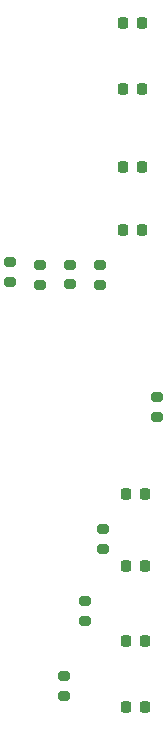
<source format=gbr>
%TF.GenerationSoftware,KiCad,Pcbnew,(6.0.0)*%
%TF.CreationDate,2022-01-24T17:50:55-05:00*%
%TF.ProjectId,VCP200 better,56435032-3030-4206-9265-747465722e6b,rev?*%
%TF.SameCoordinates,Original*%
%TF.FileFunction,Paste,Top*%
%TF.FilePolarity,Positive*%
%FSLAX46Y46*%
G04 Gerber Fmt 4.6, Leading zero omitted, Abs format (unit mm)*
G04 Created by KiCad (PCBNEW (6.0.0)) date 2022-01-24 17:50:55*
%MOMM*%
%LPD*%
G01*
G04 APERTURE LIST*
G04 Aperture macros list*
%AMRoundRect*
0 Rectangle with rounded corners*
0 $1 Rounding radius*
0 $2 $3 $4 $5 $6 $7 $8 $9 X,Y pos of 4 corners*
0 Add a 4 corners polygon primitive as box body*
4,1,4,$2,$3,$4,$5,$6,$7,$8,$9,$2,$3,0*
0 Add four circle primitives for the rounded corners*
1,1,$1+$1,$2,$3*
1,1,$1+$1,$4,$5*
1,1,$1+$1,$6,$7*
1,1,$1+$1,$8,$9*
0 Add four rect primitives between the rounded corners*
20,1,$1+$1,$2,$3,$4,$5,0*
20,1,$1+$1,$4,$5,$6,$7,0*
20,1,$1+$1,$6,$7,$8,$9,0*
20,1,$1+$1,$8,$9,$2,$3,0*%
G04 Aperture macros list end*
%ADD10RoundRect,0.218750X-0.218750X-0.256250X0.218750X-0.256250X0.218750X0.256250X-0.218750X0.256250X0*%
%ADD11RoundRect,0.200000X0.275000X-0.200000X0.275000X0.200000X-0.275000X0.200000X-0.275000X-0.200000X0*%
%ADD12RoundRect,0.200000X-0.275000X0.200000X-0.275000X-0.200000X0.275000X-0.200000X0.275000X0.200000X0*%
G04 APERTURE END LIST*
D10*
%TO.C,LED7*%
X184886500Y-117602000D03*
X186461500Y-117602000D03*
%TD*%
%TO.C,LED6*%
X184886500Y-111252000D03*
X186461500Y-111252000D03*
%TD*%
D11*
%TO.C,R12*%
X175006000Y-87185000D03*
X175006000Y-85535000D03*
%TD*%
%TO.C,R14*%
X180086000Y-87376000D03*
X180086000Y-85726000D03*
%TD*%
D10*
%TO.C,LED8*%
X184886500Y-123190000D03*
X186461500Y-123190000D03*
%TD*%
D12*
%TO.C,R17*%
X182880000Y-108141000D03*
X182880000Y-109791000D03*
%TD*%
D10*
%TO.C,LED5*%
X184886500Y-105156000D03*
X186461500Y-105156000D03*
%TD*%
%TO.C,LED3*%
X184632500Y-77470000D03*
X186207500Y-77470000D03*
%TD*%
D11*
%TO.C,R15*%
X182626000Y-87439000D03*
X182626000Y-85789000D03*
%TD*%
D10*
%TO.C,LED4*%
X184632500Y-82804000D03*
X186207500Y-82804000D03*
%TD*%
%TO.C,LED1*%
X184632500Y-65278000D03*
X186207500Y-65278000D03*
%TD*%
D12*
%TO.C,R16*%
X187452000Y-96965000D03*
X187452000Y-98615000D03*
%TD*%
D11*
%TO.C,R13*%
X177546000Y-87439000D03*
X177546000Y-85789000D03*
%TD*%
D10*
%TO.C,LED2*%
X184632500Y-70866000D03*
X186207500Y-70866000D03*
%TD*%
D12*
%TO.C,R19*%
X179578000Y-120587000D03*
X179578000Y-122237000D03*
%TD*%
%TO.C,R18*%
X181356000Y-114237000D03*
X181356000Y-115887000D03*
%TD*%
M02*

</source>
